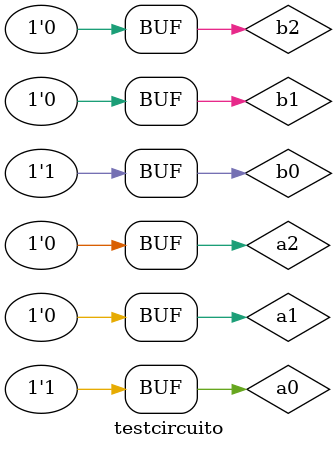
<source format=v>
module subcircuitoMeia (s0, s1, a, b);
 output s0, s1;
 input  a, b;
 
 and AND1 (s1, a, b);
 xor XOR1 (s0, a, b);
 
endmodule

module subcircuitoComp (s0, s1, a, b, c);
 output s0, s1;
 input  a, b, c;
 wire s2, s3, s4;
 
 subcircuitoMeia SUB1 (s2, s3, a, b);
 subcircuitoMeia SUB2 (s0, s4, c, s2);
 or OR1 (s1, s3, s4);
 
endmodule

module circuito (s0, s1, s2, s3, a2, a1, a0, b2, b1, b0);
 output s0, s1, s2, s3;
 input a2, a1, a0, b2, b1, b0;
 wire s4, s5;
 
 subcircuitoMeia SUBM1 (s0, s4, a0, b0);
 subcircuitoComp SUBC1 (s1, s5, a1, b1, s4);
 subcircuitoComp SUBC2 (s2, s3, a2, b2, s5);

endmodule

module testcircuito;
 reg a2, a1, a0, b2, b1, b0;
 wire s0, s1, s2, s3;
 
 circuito CIRCUITO1 (s0, s1, s2, s3, a2, a1, a0, b2, b1, b0);
 
 initial begin
      $display("Exemplo 01 - Braulio Lima e Andrade - 380749");
      $display("Test Circuito da Soma");
      $display("\na2 a1 a0 + b2 b1 b0 = s3 s2 s1 s0");
      $monitor(" %b  %b  %b +  %b  %b  %b =  %b  %b  %b  %b", a2, a1, a0, b2, b1, b0, s3, s2, s1, s0);
	#1 a2=0; a1=0; a0=0; b2=0; b1=0; b0=0;
	#1 a2=0; a1=0; a0=0; b2=0; b1=0; b0=1;
	#1 a2=0; a1=0; a0=0; b2=0; b1=1; b0=0;
	#1 a2=0; a1=0; a0=0; b2=0; b1=1; b0=1;
	#1 a2=0; a1=0; a0=0; b2=1; b1=0; b0=0;
	#1 a2=0; a1=0; a0=0; b2=1; b1=0; b0=1;
	#1 a2=0; a1=0; a0=0; b2=1; b1=1; b0=0;
	#1 a2=0; a1=0; a0=0; b2=1; b1=1; b0=1;
	#1 a2=0; a1=0; a0=1; b2=0; b1=0; b0=0;
	#1 a2=0; a1=1; a0=0; b2=0; b1=0; b0=0;
	#1 a2=0; a1=1; a0=1; b2=0; b1=0; b0=0;
	#1 a2=1; a1=0; a0=0; b2=0; b1=0; b0=0;
	#1 a2=1; a1=0; a0=1; b2=0; b1=0; b0=0;
	#1 a2=1; a1=1; a0=0; b2=0; b1=0; b0=0;
	#1 a2=1; a1=1; a0=1; b2=0; b1=0; b0=0;
	#1 a2=1; a1=1; a0=1; b2=1; b1=1; b0=1;
	#1 a2=1; a1=0; a0=1; b2=1; b1=0; b0=1;
	#1 a2=1; a1=0; a0=0; b2=1; b1=0; b0=0;
	#1 a2=0; a1=1; a0=0; b2=0; b1=1; b0=0;
	#1 a2=0; a1=0; a0=1; b2=0; b1=0; b0=1;
	
  end
 
endmodule
</source>
